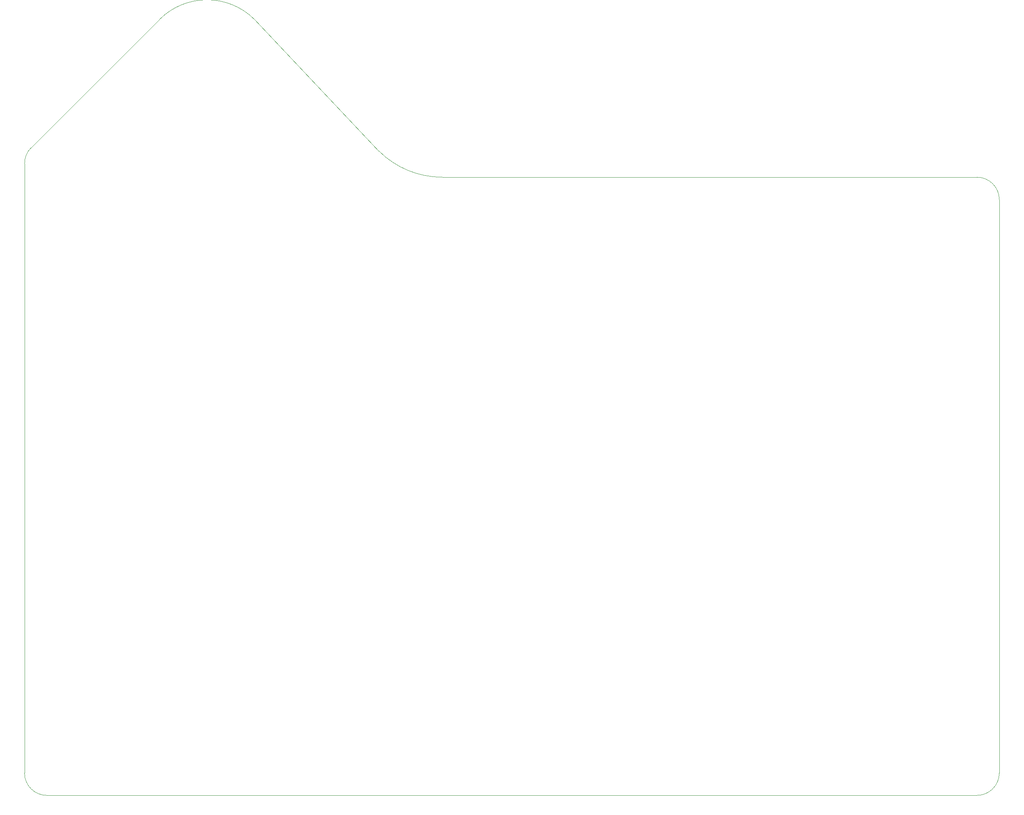
<source format=gm1>
G04 #@! TF.GenerationSoftware,KiCad,Pcbnew,7.0.9-1.fc39*
G04 #@! TF.CreationDate,2024-01-02T19:26:35+02:00*
G04 #@! TF.ProjectId,SplitHside5,53706c69-7448-4736-9964-65352e6b6963,rev?*
G04 #@! TF.SameCoordinates,Original*
G04 #@! TF.FileFunction,Profile,NP*
%FSLAX46Y46*%
G04 Gerber Fmt 4.6, Leading zero omitted, Abs format (unit mm)*
G04 Created by KiCad (PCBNEW 7.0.9-1.fc39) date 2024-01-02 19:26:35*
%MOMM*%
%LPD*%
G01*
G04 APERTURE LIST*
G04 #@! TA.AperFunction,Profile*
%ADD10C,0.050000*%
G04 #@! TD*
G04 #@! TA.AperFunction,Profile*
%ADD11C,0.100000*%
G04 #@! TD*
G04 APERTURE END LIST*
D10*
X41402000Y-149575000D02*
G75*
G03*
X46402000Y-154575000I5000000J0D01*
G01*
X41425000Y-15474319D02*
X41425000Y-14800000D01*
X46550000Y-154575000D02*
X46402000Y-154575000D01*
X82550000Y-154575000D02*
X84050000Y-154575000D01*
X250350000Y-16375000D02*
X251964466Y-16375000D01*
X44339723Y-8327193D02*
X71555985Y18889069D01*
X41425000Y-17545829D02*
X41425000Y-15474319D01*
X139827000Y-16383000D02*
X248205434Y-16393302D01*
X92769186Y18889068D02*
G75*
G03*
X71555986Y18889068I-10606600J-10606600D01*
G01*
X137795000Y-16383000D02*
X137091307Y-16374926D01*
X259100000Y-21375000D02*
G75*
G03*
X254100000Y-16375000I-5000000J0D01*
G01*
X251964466Y-154575000D02*
X250350000Y-154575000D01*
X259100000Y-21375000D02*
X259100000Y-24366000D01*
X252900000Y-16375000D02*
X253364466Y-16375000D01*
X46550000Y-154575000D02*
X82550000Y-154575000D01*
D11*
X259100000Y-149575000D02*
X259100000Y-24366000D01*
D10*
X254100000Y-16375000D02*
X253364466Y-16375000D01*
X248205434Y-16393302D02*
X248219804Y-16393302D01*
X250350000Y-154575000D02*
X84050000Y-154575000D01*
D11*
X254100000Y-154575000D02*
G75*
G03*
X259100000Y-149575000I0J5000000D01*
G01*
D10*
X250350000Y-16375000D02*
X248219804Y-16393302D01*
X92769187Y18889069D02*
X120534514Y-10507455D01*
X251964466Y-16375000D02*
X252900000Y-16375000D01*
X252900000Y-154575000D02*
X251964466Y-154575000D01*
X253364466Y-154575000D02*
X252900000Y-154575000D01*
X41418235Y-13316220D02*
X41425000Y-13816220D01*
D11*
X120534514Y-10507455D02*
G75*
G03*
X134700000Y-16375000I14165486J14165455D01*
G01*
D10*
X41425000Y-13816220D02*
X41425000Y-14800000D01*
X41425000Y-17545829D02*
X41402000Y-149575000D01*
X139827000Y-16383000D02*
X137795000Y-16383000D01*
X42886997Y-9776395D02*
X44339723Y-8327193D01*
X42886994Y-9776392D02*
G75*
G03*
X41418235Y-13316220I3531206J-3539808D01*
G01*
X134700000Y-16375000D02*
X137091307Y-16374926D01*
X254100000Y-154575000D02*
X253364466Y-154575000D01*
M02*

</source>
